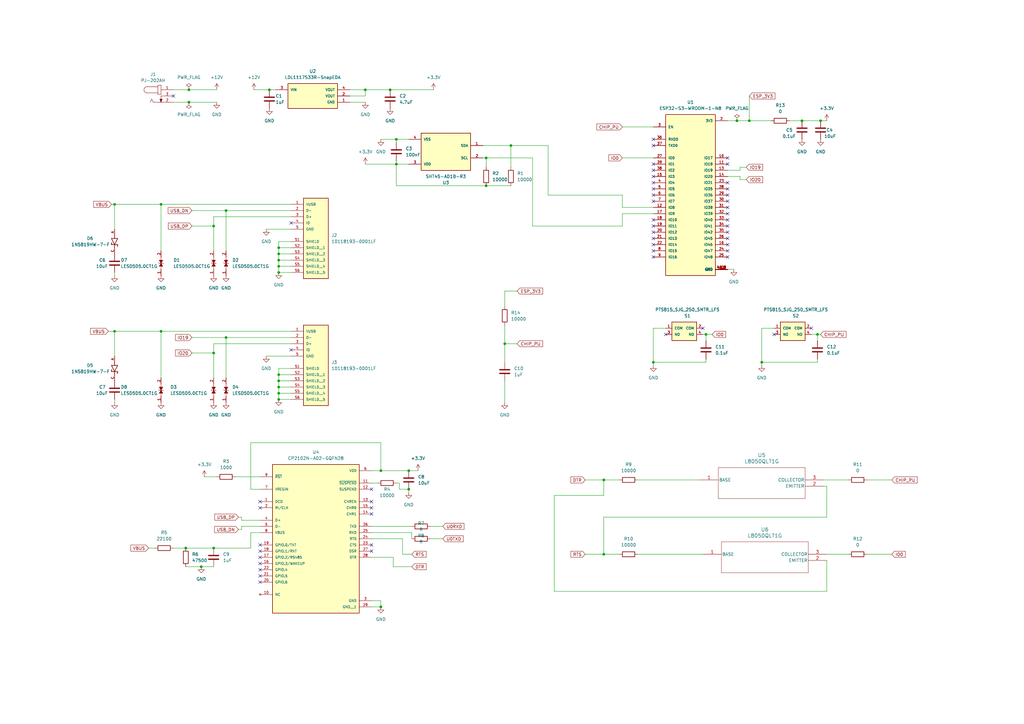
<source format=kicad_sch>
(kicad_sch (version 20230121) (generator eeschema)
  (paper "A3")
  (lib_symbols
    (symbol "Device:C" (pin_numbers hide) (pin_names (offset 0.254))
      (property "Reference" "C" (at 0.635 2.54 0))
      (property "Value" "C" (at 0.635 -2.54 0))
      (symbol "C_1_1"
        (pin passive line (at 0 3.81 270) (length 2.794) (name "~") (number "1"))
        (pin passive line (at 0 -3.81 90) (length 2.794) (name "~") (number "2"))
      )
    )
    (symbol "Device:R" (pin_numbers hide) (pin_names (offset 0))
      (property "Reference" "R" (at 2.032 0 90))
      (property "Value" "R" (at 0 0 90))
      (symbol "R_1_1"
        (pin passive line (at 0 3.81 270) (length 1.27) (name "~") (number "1"))
        (pin passive line (at 0 -3.81 90) (length 1.27) (name "~") (number "2"))
      )
    )
    (symbol "ECE445:10118193-0001LF" (pin_names (offset 1.016))
      (property "Reference" "J" (at -5.0817 10.9286 0))
      (property "Value" "10118193-0001LF" (at -5.0819 -25.4097 0))
      (symbol "10118193-0001LF_0_0"
        (pin passive line (at -10.16 7.62 0) (length 5.08) (name "VUSB") (number "1"))
        (pin passive line (at -10.16 5.08 0) (length 5.08) (name "D-") (number "2"))
        (pin passive line (at -10.16 2.54 0) (length 5.08) (name "D+") (number "3"))
        (pin passive line (at -10.16 0 0) (length 5.08) (name "ID") (number "4"))
        (pin passive line (at -10.16 -2.54 0) (length 5.08) (name "GND") (number "5"))
        (pin passive line (at -10.16 -7.62 0) (length 5.08) (name "SHIELD") (number "S1"))
        (pin passive line (at -10.16 -10.16 0) (length 5.08) (name "SHIELD__1") (number "S2"))
        (pin passive line (at -10.16 -12.7 0) (length 5.08) (name "SHIELD__2") (number "S3"))
        (pin passive line (at -10.16 -15.24 0) (length 5.08) (name "SHIELD__3") (number "S4"))
        (pin passive line (at -10.16 -17.78 0) (length 5.08) (name "SHIELD__4") (number "S5"))
        (pin passive line (at -10.16 -20.32 0) (length 5.08) (name "SHIELD__5") (number "S6"))
      )
    )
    (symbol "ECE445:1N5819HW-7-F" (pin_names (offset 1.016))
      (property "Reference" "D" (at -5.08 2.54 0))
      (property "Value" "1N5819HW-7-F" (at -5.08 -3.81 0))
      (symbol "1N5819HW-7-F_0_0"
        (pin passive line (at -5.08 0 0) (length 2.54) (name "~") (number "A"))
        (pin passive line (at 5.08 0 180) (length 2.54) (name "~") (number "C"))
      )
    )
    (symbol "ECE445:CP2102N-A02-GQFN28" (pin_names (offset 1.016))
      (property "Reference" "U" (at -17.78 33.02 0))
      (property "Value" "CP2102N-A02-GQFN28" (at -17.78 -35.56 0))
      (symbol "CP2102N-A02-GQFN28_0_0"
        (pin input line (at -22.86 15.24 0) (length 5.08) (name "DCD") (number "1"))
        (pin no_connect line (at -22.86 -22.86 0) (length 5.08) (name "NC") (number "10"))
        (pin output line (at 22.86 22.86 180) (length 5.08) (name "~{SUSPEND}") (number "11"))
        (pin output line (at 22.86 20.32 180) (length 5.08) (name "SUSPEND") (number "12"))
        (pin output line (at 22.86 15.24 180) (length 5.08) (name "CHREN") (number "13"))
        (pin output line (at 22.86 10.16 180) (length 5.08) (name "CHR1") (number "14"))
        (pin output line (at 22.86 12.7 180) (length 5.08) (name "CHR0") (number "15"))
        (pin bidirectional line (at -22.86 -10.16 0) (length 5.08) (name "GPIO.3/WAKEUP") (number "16"))
        (pin bidirectional line (at -22.86 -7.62 0) (length 5.08) (name "GPIO.2/RS485") (number "17"))
        (pin bidirectional line (at -22.86 -5.08 0) (length 5.08) (name "GPIO.1/RXT") (number "18"))
        (pin bidirectional line (at -22.86 -2.54 0) (length 5.08) (name "GPIO.0/TXT") (number "19"))
        (pin bidirectional line (at -22.86 12.7 0) (length 5.08) (name "RI/CLK") (number "2"))
        (pin bidirectional line (at -22.86 -17.78 0) (length 5.08) (name "GPIO.6") (number "20"))
        (pin bidirectional line (at -22.86 -15.24 0) (length 5.08) (name "GPIO.5") (number "21"))
        (pin bidirectional line (at -22.86 -12.7 0) (length 5.08) (name "GPIO.4") (number "22"))
        (pin input line (at 22.86 -2.54 180) (length 5.08) (name "CTS") (number "23"))
        (pin output line (at 22.86 0 180) (length 5.08) (name "RTS") (number "24"))
        (pin input line (at 22.86 2.54 180) (length 5.08) (name "RXD") (number "25"))
        (pin output line (at 22.86 5.08 180) (length 5.08) (name "TXD") (number "26"))
        (pin input line (at 22.86 -5.08 180) (length 5.08) (name "DSR") (number "27"))
        (pin output line (at 22.86 -7.62 180) (length 5.08) (name "DTR") (number "28"))
        (pin power_in line (at 22.86 -27.94 180) (length 5.08) (name "GND__1") (number "29"))
        (pin power_in line (at 22.86 -25.4 180) (length 5.08) (name "GND") (number "3"))
        (pin bidirectional line (at -22.86 7.62 0) (length 5.08) (name "D+") (number "4"))
        (pin bidirectional line (at -22.86 5.08 0) (length 5.08) (name "D-") (number "5"))
        (pin power_in line (at 22.86 27.94 180) (length 5.08) (name "VDD") (number "6"))
        (pin input line (at -22.86 20.32 0) (length 5.08) (name "VREGIN") (number "7"))
        (pin input line (at -22.86 2.54 0) (length 5.08) (name "VBUS") (number "8"))
        (pin input line (at -22.86 25.4 0) (length 5.08) (name "~{RST}") (number "9"))
      )
    )
    (symbol "ECE445:ESP32-S3-WROOM-1-N8" (pin_names (offset 1.016))
      (property "Reference" "U" (at -10.16 31.5722 0))
      (property "Value" "ESP32-S3-WROOM-1-N8" (at -10.16 -38.1 0))
      (symbol "ESP32-S3-WROOM-1-N8_0_0"
        (pin power_in line (at 15.24 -33.02 180) (length 5.08) (name "GND") (number "1"))
        (pin bidirectional line (at 15.24 12.7 180) (length 5.08) (name "IO17") (number "10"))
        (pin bidirectional line (at 15.24 10.16 180) (length 5.08) (name "IO18") (number "11"))
        (pin bidirectional line (at -15.24 -7.62 0) (length 5.08) (name "IO8") (number "12"))
        (pin bidirectional line (at 15.24 7.62 180) (length 5.08) (name "IO19") (number "13"))
        (pin bidirectional line (at 15.24 5.08 180) (length 5.08) (name "IO20") (number "14"))
        (pin bidirectional line (at -15.24 5.08 0) (length 5.08) (name "IO3") (number "15"))
        (pin bidirectional line (at 15.24 -22.86 180) (length 5.08) (name "IO46") (number "16"))
        (pin bidirectional line (at -15.24 -10.16 0) (length 5.08) (name "IO9") (number "17"))
        (pin bidirectional line (at -15.24 -12.7 0) (length 5.08) (name "IO10") (number "18"))
        (pin bidirectional line (at -15.24 -15.24 0) (length 5.08) (name "IO11") (number "19"))
        (pin power_in line (at 15.24 27.94 180) (length 5.08) (name "3V3") (number "2"))
        (pin bidirectional line (at -15.24 -17.78 0) (length 5.08) (name "IO12") (number "20"))
        (pin bidirectional line (at -15.24 -20.32 0) (length 5.08) (name "IO13") (number "21"))
        (pin bidirectional line (at -15.24 -22.86 0) (length 5.08) (name "IO14") (number "22"))
        (pin bidirectional line (at 15.24 2.54 180) (length 5.08) (name "IO21") (number "23"))
        (pin bidirectional line (at 15.24 -25.4 180) (length 5.08) (name "IO47") (number "24"))
        (pin bidirectional line (at 15.24 -27.94 180) (length 5.08) (name "IO48") (number "25"))
        (pin bidirectional line (at 15.24 -20.32 180) (length 5.08) (name "IO45") (number "26"))
        (pin bidirectional line (at -15.24 12.7 0) (length 5.08) (name "IO0") (number "27"))
        (pin bidirectional line (at 15.24 0 180) (length 5.08) (name "IO35") (number "28"))
        (pin bidirectional line (at 15.24 -2.54 180) (length 5.08) (name "IO36") (number "29"))
        (pin input line (at -15.24 25.4 0) (length 5.08) (name "EN") (number "3"))
        (pin bidirectional line (at 15.24 -5.08 180) (length 5.08) (name "IO37") (number "30"))
        (pin bidirectional line (at 15.24 -7.62 180) (length 5.08) (name "IO38") (number "31"))
        (pin bidirectional line (at 15.24 -10.16 180) (length 5.08) (name "IO39") (number "32"))
        (pin bidirectional line (at 15.24 -12.7 180) (length 5.08) (name "IO40") (number "33"))
        (pin bidirectional line (at 15.24 -15.24 180) (length 5.08) (name "IO41") (number "34"))
        (pin bidirectional line (at 15.24 -17.78 180) (length 5.08) (name "IO42") (number "35"))
        (pin bidirectional line (at -15.24 20.32 0) (length 5.08) (name "RXD0") (number "36"))
        (pin bidirectional line (at -15.24 17.78 0) (length 5.08) (name "TXD0") (number "37"))
        (pin bidirectional line (at -15.24 7.62 0) (length 5.08) (name "IO2") (number "38"))
        (pin bidirectional line (at -15.24 10.16 0) (length 5.08) (name "IO1") (number "39"))
        (pin bidirectional line (at -15.24 2.54 0) (length 5.08) (name "IO4") (number "4"))
        (pin power_in line (at 15.24 -33.02 180) (length 5.08) (name "GND") (number "40"))
        (pin power_in line (at 15.24 -33.02 180) (length 5.08) (name "GND") (number "41_1"))
        (pin power_in line (at 15.24 -33.02 180) (length 5.08) (name "GND") (number "41_2"))
        (pin power_in line (at 15.24 -33.02 180) (length 5.08) (name "GND") (number "41_3"))
        (pin power_in line (at 15.24 -33.02 180) (length 5.08) (name "GND") (number "41_4"))
        (pin power_in line (at 15.24 -33.02 180) (length 5.08) (name "GND") (number "41_5"))
        (pin power_in line (at 15.24 -33.02 180) (length 5.08) (name "GND") (number "41_6"))
        (pin power_in line (at 15.24 -33.02 180) (length 5.08) (name "GND") (number "41_7"))
        (pin power_in line (at 15.24 -33.02 180) (length 5.08) (name "GND") (number "41_8"))
        (pin power_in line (at 15.24 -33.02 180) (length 5.08) (name "GND") (number "41_9"))
        (pin bidirectional line (at -15.24 0 0) (length 5.08) (name "IO5") (number "5"))
        (pin bidirectional line (at -15.24 -2.54 0) (length 5.08) (name "IO6") (number "6"))
        (pin bidirectional line (at -15.24 -5.08 0) (length 5.08) (name "IO7") (number "7"))
        (pin bidirectional line (at -15.24 -25.4 0) (length 5.08) (name "IO15") (number "8"))
        (pin bidirectional line (at -15.24 -27.94 0) (length 5.08) (name "IO16") (number "9"))
      )
    )
    (symbol "ECE445:L8050QLT1G" (pin_names (offset 0.254))
      (property "Reference" "U" (at 25.4 10.16 0))
      (property "Value" "L8050QLT1G" (at 25.4 7.62 0))
      (symbol "L8050QLT1G_0_1"
        (pin unspecified line (at 0 0 0) (length 7.62) (name "BASE") (number "1"))
        (pin unspecified line (at 50.8 -2.54 180) (length 7.62) (name "EMITTER") (number "2"))
        (pin unspecified line (at 50.8 0 180) (length 7.62) (name "COLLECTOR") (number "3"))
      )
    )
    (symbol "ECE445:LDL1117S33R-SnapEDA" (pin_names (offset 1.016))
      (property "Reference" "U" (at -10.16 7.62 0))
      (property "Value" "LDL1117S33R-SnapEDA" (at -10.16 -10.16 0))
      (symbol "LDL1117S33R-SnapEDA_0_0"
        (pin power_in line (at 15.24 -2.54 180) (length 5.08) (name "GND") (number "1"))
        (pin input line (at -15.24 2.54 0) (length 5.08) (name "VIN") (number "3"))
      )
      (symbol "LDL1117S33R-SnapEDA_1_0"
        (pin power_in line (at 15.24 0 180) (length 5.08) (name "VOUT") (number "2"))
        (pin power_out line (at 15.24 2.54 180) (length 5.08) (name "VOUT") (number "4"))
      )
    )
    (symbol "ECE445:LESD5D5.0CT1G" (pin_names (offset 1.016))
      (property "Reference" "D" (at -5.08 2.54 0))
      (property "Value" "LESD5D5.0CT1G" (at -5.08 -5.08 0))
      (symbol "LESD5D5.0CT1G_0_0"
        (pin passive line (at -5.08 0 0) (length 2.54) (name "~") (number "1"))
        (pin passive line (at 5.08 0 180) (length 2.54) (name "~") (number "2"))
      )
    )
    (symbol "ECE445:PJ-202AH" (pin_names (offset 1.016))
      (property "Reference" "J" (at -7.6202 5.0801 0))
      (property "Value" "PJ-202AH" (at -7.6203 -5.0802 0))
      (symbol "PJ-202AH_0_0"
        (pin passive line (at 5.08 2.54 180) (length 5.08) (name "~") (number "1"))
        (pin passive line (at 5.08 -2.54 180) (length 5.08) (name "~") (number "2"))
        (pin passive line (at 5.08 0 180) (length 5.08) (name "~") (number "3"))
      )
    )
    (symbol "ECE445:PTS815_SJG_250_SMTR_LFS" (pin_names (offset 1.016))
      (property "Reference" "S" (at 5.08 5.08 0))
      (property "Value" "PTS815_SJG_250_SMTR_LFS" (at 5.08 2.54 0))
      (symbol "PTS815_SJG_250_SMTR_LFS_0_0"
        (pin bidirectional line (at 12.7 -5.08 180) (length 2.54) (name "COM") (number "1"))
        (pin bidirectional line (at -2.54 -5.08 0) (length 2.54) (name "COM") (number "2"))
        (pin bidirectional line (at 12.7 -2.54 180) (length 2.54) (name "NO") (number "3"))
        (pin bidirectional line (at -2.54 -2.54 0) (length 2.54) (name "NO") (number "4"))
      )
    )
    (symbol "ECE445:SHT45-AD1B-R3" (pin_names (offset 1.016))
      (property "Reference" "U" (at -10.16 8.89 0))
      (property "Value" "SHT45-AD1B-R3" (at -10.16 -10.16 0))
      (symbol "SHT45-AD1B-R3_0_0"
        (pin bidirectional line (at -15.24 -2.54 0) (length 5.08) (name "SDA") (number "1"))
        (pin input line (at -15.24 2.54 0) (length 5.08) (name "SCL") (number "2"))
        (pin power_in line (at 15.24 5.08 180) (length 5.08) (name "VDD") (number "3"))
        (pin power_in line (at 15.24 -5.08 180) (length 5.08) (name "VSS") (number "4"))
      )
    )
    (symbol "power:+12V" (power) (pin_names (offset 0))
      (property "Value" "+12V" (at 0 3.556 0))
      (symbol "+12V_1_1"
        (pin power_in line (at 0 0 90) (length 0) hide (name "+12V") (number "1"))
      )
    )
    (symbol "power:+3.3V" (power) (pin_names (offset 0))
      (property "Value" "+3.3V" (at 0 3.556 0))
      (symbol "+3.3V_1_1"
        (pin power_in line (at 0 0 90) (length 0) hide (name "+3.3V") (number "1"))
      )
    )
    (symbol "power:GND" (power) (pin_names (offset 0))
      (property "Value" "GND" (at 0 -3.81 0))
      (symbol "GND_1_1"
        (pin power_in line (at 0 0 270) (length 0) hide (name "GND") (number "1"))
      )
    )
    (symbol "power:PWR_FLAG" (power) (pin_numbers hide) (pin_names (offset 0) hide)
      (property "Value" "PWR_FLAG" (at 0 3.81 0))
      (symbol "PWR_FLAG_0_0"
        (pin power_out line (at 0 0 90) (length 0) (name "pwr") (number "1"))
      )
    )
  )
  (junction (at 162.56 67.31))
  (junction (at 302.26 49.53))
  (junction (at 209.55 59.69))
  (junction (at 82.55 232.41))
  (junction (at 267.97 148.59))
  (junction (at 156.21 248.92))
  (junction (at 247.65 196.85))
  (junction (at 335.28 137.16))
  (junction (at 114.3 109.22))
  (junction (at 114.3 104.14))
  (junction (at 160.02 36.83))
  (junction (at 199.39 76.2))
  (junction (at 247.65 227.33))
  (junction (at 114.3 156.21))
  (junction (at 289.56 137.16))
  (junction (at 328.93 49.53))
  (junction (at 87.63 224.79))
  (junction (at 156.21 193.04))
  (junction (at 46.99 135.89))
  (junction (at 114.3 106.68))
  (junction (at 110.49 36.83))
  (junction (at 336.55 49.53))
  (junction (at 66.04 135.89))
  (junction (at 207.01 140.97))
  (junction (at 307.34 49.53))
  (junction (at 92.71 86.36))
  (junction (at 149.86 36.83))
  (junction (at 77.47 36.83))
  (junction (at 312.42 148.59))
  (junction (at 114.3 153.67))
  (junction (at 46.99 83.82))
  (junction (at 87.63 144.78))
  (junction (at 114.3 161.29))
  (junction (at 114.3 163.83))
  (junction (at 167.64 193.04))
  (junction (at 114.3 158.75))
  (junction (at 66.04 83.82))
  (junction (at 87.63 92.71))
  (junction (at 114.3 111.76))
  (junction (at 76.2 224.79))
  (junction (at 162.56 57.15))
  (junction (at 77.47 41.91))
  (junction (at 167.64 200.66))
  (junction (at 114.3 101.6))
  (junction (at 199.39 64.77))
  (junction (at 92.71 138.43))
  (no_connect (at 267.97 69.85))
  (no_connect (at 119.38 143.51))
  (no_connect (at 298.45 64.77))
  (no_connect (at 298.45 105.41))
  (no_connect (at 152.4 223.52))
  (no_connect (at 298.45 90.17))
  (no_connect (at 267.97 105.41))
  (no_connect (at 267.97 92.71))
  (no_connect (at 267.97 72.39))
  (no_connect (at 267.97 97.79))
  (no_connect (at 298.45 87.63))
  (no_connect (at 71.12 39.37))
  (no_connect (at 267.97 82.55))
  (no_connect (at 152.4 226.06))
  (no_connect (at 267.97 77.47))
  (no_connect (at 298.45 95.25))
  (no_connect (at 267.97 57.15))
  (no_connect (at 298.45 67.31))
  (no_connect (at 106.68 238.76))
  (no_connect (at 298.45 74.93))
  (no_connect (at 317.5 137.16))
  (no_connect (at 267.97 90.17))
  (no_connect (at 106.68 236.22))
  (no_connect (at 152.4 210.82))
  (no_connect (at 267.97 59.69))
  (no_connect (at 298.45 80.01))
  (no_connect (at 106.68 223.52))
  (no_connect (at 298.45 92.71))
  (no_connect (at 106.68 233.68))
  (no_connect (at 298.45 82.55))
  (no_connect (at 106.68 231.14))
  (no_connect (at 152.4 208.28))
  (no_connect (at 298.45 102.87))
  (no_connect (at 267.97 102.87))
  (no_connect (at 288.29 134.62))
  (no_connect (at 267.97 100.33))
  (no_connect (at 152.4 205.74))
  (no_connect (at 106.68 208.28))
  (no_connect (at 298.45 85.09))
  (no_connect (at 298.45 77.47))
  (no_connect (at 267.97 67.31))
  (no_connect (at 267.97 74.93))
  (no_connect (at 298.45 100.33))
  (no_connect (at 298.45 97.79))
  (no_connect (at 152.4 200.66))
  (no_connect (at 106.68 228.6))
  (no_connect (at 273.05 137.16))
  (no_connect (at 106.68 226.06))
  (no_connect (at 332.74 134.62))
  (no_connect (at 119.38 91.44))
  (no_connect (at 267.97 80.01))
  (no_connect (at 267.97 95.25))
  (no_connect (at 106.68 205.74))
  (wire (pts (xy 143.51 36.83) (xy 149.86 36.83)))
  (wire (pts (xy 267.97 148.59) (xy 289.56 148.59)))
  (wire (pts (xy 114.3 158.75) (xy 119.38 158.75)))
  (wire (pts (xy 199.39 64.77) (xy 218.44 64.77)))
  (wire (pts (xy 46.99 83.82) (xy 66.04 83.82)))
  (wire (pts (xy 156.21 246.38) (xy 156.21 248.92)))
  (wire (pts (xy 207.01 156.21) (xy 207.01 165.1)))
  (wire (pts (xy 162.56 66.04) (xy 162.56 67.31)))
  (wire (pts (xy 110.49 36.83) (xy 113.03 36.83)))
  (wire (pts (xy 261.62 227.33) (xy 288.29 227.33)))
  (wire (pts (xy 114.3 104.14) (xy 114.3 106.68)))
  (wire (pts (xy 289.56 137.16) (xy 292.1 137.16)))
  (wire (pts (xy 198.12 64.77) (xy 199.39 64.77)))
  (wire (pts (xy 255.27 92.71) (xy 255.27 87.63)))
  (wire (pts (xy 104.14 36.83) (xy 110.49 36.83)))
  (wire (pts (xy 161.29 228.6) (xy 161.29 232.41)))
  (wire (pts (xy 71.12 41.91) (xy 77.47 41.91)))
  (wire (pts (xy 149.86 36.83) (xy 160.02 36.83)))
  (wire (pts (xy 207.01 140.97) (xy 207.01 148.59)))
  (wire (pts (xy 255.27 85.09) (xy 267.97 85.09)))
  (wire (pts (xy 162.56 57.15) (xy 162.56 58.42)))
  (wire (pts (xy 114.3 101.6) (xy 114.3 104.14)))
  (wire (pts (xy 209.55 59.69) (xy 198.12 59.69)))
  (wire (pts (xy 255.27 87.63) (xy 267.97 87.63)))
  (wire (pts (xy 298.45 72.39) (xy 303.53 72.39)))
  (wire (pts (xy 114.3 104.14) (xy 119.38 104.14)))
  (wire (pts (xy 335.28 137.16) (xy 336.55 137.16)))
  (wire (pts (xy 114.3 109.22) (xy 114.3 111.76)))
  (wire (pts (xy 114.3 99.06) (xy 114.3 101.6)))
  (wire (pts (xy 66.04 83.82) (xy 119.38 83.82)))
  (wire (pts (xy 339.09 49.53) (xy 336.55 49.53)))
  (wire (pts (xy 224.79 59.69) (xy 209.55 59.69)))
  (wire (pts (xy 71.12 36.83) (xy 77.47 36.83)))
  (wire (pts (xy 207.01 140.97) (xy 212.09 140.97)))
  (wire (pts (xy 99.06 217.17) (xy 99.06 215.9)))
  (wire (pts (xy 152.4 218.44) (xy 168.91 218.44)))
  (wire (pts (xy 312.42 134.62) (xy 312.42 148.59)))
  (wire (pts (xy 78.74 138.43) (xy 92.71 138.43)))
  (wire (pts (xy 303.53 69.85) (xy 303.53 68.58)))
  (wire (pts (xy 87.63 144.78) (xy 87.63 140.97)))
  (wire (pts (xy 114.3 156.21) (xy 114.3 158.75)))
  (wire (pts (xy 339.09 229.87) (xy 339.09 242.57)))
  (wire (pts (xy 78.74 86.36) (xy 92.71 86.36)))
  (wire (pts (xy 114.3 158.75) (xy 114.3 161.29)))
  (wire (pts (xy 335.28 147.32) (xy 335.28 148.59)))
  (wire (pts (xy 87.63 144.78) (xy 87.63 154.94)))
  (wire (pts (xy 87.63 88.9) (xy 119.38 88.9)))
  (wire (pts (xy 176.53 220.98) (xy 181.61 220.98)))
  (wire (pts (xy 337.82 196.85) (xy 347.98 196.85)))
  (wire (pts (xy 336.55 49.53) (xy 328.93 49.53)))
  (wire (pts (xy 339.09 242.57) (xy 227.33 242.57)))
  (wire (pts (xy 78.74 92.71) (xy 87.63 92.71)))
  (wire (pts (xy 46.99 135.89) (xy 46.99 146.05)))
  (wire (pts (xy 114.3 101.6) (xy 119.38 101.6)))
  (wire (pts (xy 298.45 69.85) (xy 303.53 69.85)))
  (wire (pts (xy 96.52 195.58) (xy 106.68 195.58)))
  (wire (pts (xy 143.51 39.37) (xy 149.86 39.37)))
  (wire (pts (xy 227.33 203.2) (xy 247.65 203.2)))
  (wire (pts (xy 152.4 246.38) (xy 156.21 246.38)))
  (wire (pts (xy 218.44 92.71) (xy 218.44 64.77)))
  (wire (pts (xy 162.56 198.12) (xy 163.83 198.12)))
  (wire (pts (xy 102.87 200.66) (xy 102.87 181.61)))
  (wire (pts (xy 102.87 224.79) (xy 87.63 224.79)))
  (wire (pts (xy 77.47 41.91) (xy 88.9 41.91)))
  (wire (pts (xy 302.26 49.53) (xy 307.34 49.53)))
  (wire (pts (xy 76.2 232.41) (xy 82.55 232.41)))
  (wire (pts (xy 337.82 199.39) (xy 339.09 199.39)))
  (wire (pts (xy 165.1 220.98) (xy 165.1 227.33)))
  (wire (pts (xy 317.5 134.62) (xy 312.42 134.62)))
  (wire (pts (xy 92.71 138.43) (xy 92.71 154.94)))
  (wire (pts (xy 303.53 72.39) (xy 303.53 73.66)))
  (wire (pts (xy 156.21 57.15) (xy 162.56 57.15)))
  (wire (pts (xy 247.65 227.33) (xy 254 227.33)))
  (wire (pts (xy 152.4 198.12) (xy 154.94 198.12)))
  (wire (pts (xy 114.3 163.83) (xy 119.38 163.83)))
  (wire (pts (xy 102.87 218.44) (xy 102.87 224.79)))
  (wire (pts (xy 66.04 135.89) (xy 66.04 154.94)))
  (wire (pts (xy 114.3 153.67) (xy 114.3 156.21)))
  (wire (pts (xy 323.85 49.53) (xy 328.93 49.53)))
  (wire (pts (xy 312.42 148.59) (xy 312.42 149.86)))
  (wire (pts (xy 152.4 248.92) (xy 156.21 248.92)))
  (wire (pts (xy 303.53 73.66) (xy 306.07 73.66)))
  (wire (pts (xy 78.74 144.78) (xy 87.63 144.78)))
  (wire (pts (xy 199.39 64.77) (xy 199.39 68.58)))
  (wire (pts (xy 218.44 92.71) (xy 255.27 92.71)))
  (wire (pts (xy 109.22 146.05) (xy 119.38 146.05)))
  (wire (pts (xy 247.65 203.2) (xy 247.65 196.85)))
  (wire (pts (xy 46.99 135.89) (xy 66.04 135.89)))
  (wire (pts (xy 261.62 196.85) (xy 287.02 196.85)))
  (wire (pts (xy 332.74 137.16) (xy 335.28 137.16)))
  (wire (pts (xy 87.63 140.97) (xy 119.38 140.97)))
  (wire (pts (xy 267.97 134.62) (xy 267.97 148.59)))
  (wire (pts (xy 76.2 224.79) (xy 87.63 224.79)))
  (wire (pts (xy 102.87 181.61) (xy 156.21 181.61)))
  (wire (pts (xy 46.99 83.82) (xy 46.99 93.98)))
  (wire (pts (xy 92.71 86.36) (xy 119.38 86.36)))
  (wire (pts (xy 307.34 49.53) (xy 316.23 49.53)))
  (wire (pts (xy 143.51 41.91) (xy 149.86 41.91)))
  (wire (pts (xy 167.64 201.93) (xy 167.64 200.66)))
  (wire (pts (xy 77.47 36.83) (xy 88.9 36.83)))
  (wire (pts (xy 114.3 161.29) (xy 119.38 161.29)))
  (wire (pts (xy 163.83 198.12) (xy 163.83 200.66)))
  (wire (pts (xy 240.03 196.85) (xy 247.65 196.85)))
  (wire (pts (xy 199.39 76.2) (xy 209.55 76.2)))
  (wire (pts (xy 168.91 218.44) (xy 168.91 220.98)))
  (wire (pts (xy 339.09 212.09) (xy 247.65 212.09)))
  (wire (pts (xy 87.63 92.71) (xy 87.63 88.9)))
  (wire (pts (xy 163.83 200.66) (xy 167.64 200.66)))
  (wire (pts (xy 114.3 156.21) (xy 119.38 156.21)))
  (wire (pts (xy 149.86 39.37) (xy 149.86 36.83)))
  (wire (pts (xy 119.38 151.13) (xy 114.3 151.13)))
  (wire (pts (xy 267.97 148.59) (xy 267.97 149.86)))
  (wire (pts (xy 92.71 138.43) (xy 119.38 138.43)))
  (wire (pts (xy 247.65 212.09) (xy 247.65 227.33)))
  (wire (pts (xy 298.45 49.53) (xy 302.26 49.53)))
  (wire (pts (xy 99.06 213.36) (xy 106.68 213.36)))
  (wire (pts (xy 99.06 212.09) (xy 99.06 213.36)))
  (wire (pts (xy 335.28 148.59) (xy 312.42 148.59)))
  (wire (pts (xy 167.64 193.04) (xy 171.45 193.04)))
  (wire (pts (xy 339.09 199.39) (xy 339.09 212.09)))
  (wire (pts (xy 160.02 36.83) (xy 177.8 36.83)))
  (wire (pts (xy 212.09 119.38) (xy 207.01 119.38)))
  (wire (pts (xy 335.28 137.16) (xy 335.28 139.7)))
  (wire (pts (xy 209.55 59.69) (xy 209.55 68.58)))
  (wire (pts (xy 162.56 67.31) (xy 167.64 67.31)))
  (wire (pts (xy 288.29 137.16) (xy 289.56 137.16)))
  (wire (pts (xy 114.3 106.68) (xy 114.3 109.22)))
  (wire (pts (xy 114.3 161.29) (xy 114.3 163.83)))
  (wire (pts (xy 45.72 83.82) (xy 46.99 83.82)))
  (wire (pts (xy 273.05 134.62) (xy 267.97 134.62)))
  (wire (pts (xy 207.01 133.35) (xy 207.01 140.97)))
  (wire (pts (xy 255.27 52.07) (xy 267.97 52.07)))
  (wire (pts (xy 109.22 93.98) (xy 119.38 93.98)))
  (wire (pts (xy 114.3 151.13) (xy 114.3 153.67)))
  (wire (pts (xy 99.06 215.9) (xy 106.68 215.9)))
  (wire (pts (xy 97.79 212.09) (xy 99.06 212.09)))
  (wire (pts (xy 114.3 153.67) (xy 119.38 153.67)))
  (wire (pts (xy 355.6 227.33) (xy 365.76 227.33)))
  (wire (pts (xy 199.39 76.2) (xy 162.56 76.2)))
  (wire (pts (xy 114.3 106.68) (xy 119.38 106.68)))
  (wire (pts (xy 224.79 80.01) (xy 224.79 59.69)))
  (wire (pts (xy 114.3 109.22) (xy 119.38 109.22)))
  (wire (pts (xy 176.53 215.9) (xy 181.61 215.9)))
  (wire (pts (xy 156.21 193.04) (xy 167.64 193.04)))
  (wire (pts (xy 307.34 39.37) (xy 307.34 49.53)))
  (wire (pts (xy 152.4 220.98) (xy 165.1 220.98)))
  (wire (pts (xy 119.38 99.06) (xy 114.3 99.06)))
  (wire (pts (xy 303.53 68.58) (xy 306.07 68.58)))
  (wire (pts (xy 240.03 227.33) (xy 247.65 227.33)))
  (wire (pts (xy 152.4 228.6) (xy 161.29 228.6)))
  (wire (pts (xy 83.82 195.58) (xy 88.9 195.58)))
  (wire (pts (xy 289.56 147.32) (xy 289.56 148.59)))
  (wire (pts (xy 224.79 80.01) (xy 255.27 80.01)))
  (wire (pts (xy 255.27 80.01) (xy 255.27 85.09)))
  (wire (pts (xy 161.29 232.41) (xy 168.91 232.41)))
  (wire (pts (xy 114.3 111.76) (xy 119.38 111.76)))
  (wire (pts (xy 152.4 193.04) (xy 156.21 193.04)))
  (wire (pts (xy 152.4 215.9) (xy 168.91 215.9)))
  (wire (pts (xy 97.79 217.17) (xy 99.06 217.17)))
  (wire (pts (xy 355.6 196.85) (xy 365.76 196.85)))
  (wire (pts (xy 71.12 224.79) (xy 76.2 224.79)))
  (wire (pts (xy 156.21 181.61) (xy 156.21 193.04)))
  (wire (pts (xy 162.56 57.15) (xy 167.64 57.15)))
  (wire (pts (xy 44.45 135.89) (xy 46.99 135.89)))
  (wire (pts (xy 82.55 232.41) (xy 87.63 232.41)))
  (wire (pts (xy 162.56 76.2) (xy 162.56 67.31)))
  (wire (pts (xy 207.01 119.38) (xy 207.01 125.73)))
  (wire (pts (xy 300.99 110.49) (xy 298.45 110.49)))
  (wire (pts (xy 165.1 227.33) (xy 168.91 227.33)))
  (wire (pts (xy 227.33 242.57) (xy 227.33 203.2)))
  (wire (pts (xy 66.04 83.82) (xy 66.04 102.87)))
  (wire (pts (xy 247.65 196.85) (xy 254 196.85)))
  (wire (pts (xy 339.09 227.33) (xy 347.98 227.33)))
  (wire (pts (xy 92.71 86.36) (xy 92.71 102.87)))
  (wire (pts (xy 255.27 64.77) (xy 267.97 64.77)))
  (wire (pts (xy 66.04 135.89) (xy 119.38 135.89)))
  (wire (pts (xy 87.63 92.71) (xy 87.63 102.87)))
  (wire (pts (xy 46.99 111.76) (xy 46.99 113.03)))
  (wire (pts (xy 60.96 224.79) (xy 63.5 224.79)))
  (wire (pts (xy 289.56 137.16) (xy 289.56 139.7)))
  (wire (pts (xy 46.99 163.83) (xy 46.99 165.1)))
  (wire (pts (xy 106.68 218.44) (xy 102.87 218.44)))
  (wire (pts (xy 149.86 67.31) (xy 162.56 67.31)))
  (wire (pts (xy 106.68 200.66) (xy 102.87 200.66)))
  (global_label "VBUS" (shape input) (at 44.45 135.89 180) (property "Intersheetrefs" "${INTERSHEET_REFS}" (effects hide)))
  (global_label "IO0" (shape input) (at 292.1 137.16 0) (property "Intersheetrefs" "${INTERSHEET_REFS}" (effects hide)))
  (global_label "U0RXD" (shape input) (at 181.61 215.9 0) (property "Intersheetrefs" "${INTERSHEET_REFS}" (effects hide)))
  (global_label "U0TXD" (shape input) (at 181.61 220.98 0) (property "Intersheetrefs" "${INTERSHEET_REFS}" (effects hide)))
  (global_label "CHIP_PU" (shape input) (at 365.76 196.85 0) (property "Intersheetrefs" "${INTERSHEET_REFS}" (effects hide)))
  (global_label "ESP_3V3" (shape input) (at 307.34 39.37 0) (property "Intersheetrefs" "${INTERSHEET_REFS}" (effects hide)))
  (global_label "CHIP_PU" (shape input) (at 255.27 52.07 180) (property "Intersheetrefs" "${INTERSHEET_REFS}" (effects hide)))
  (global_label "DTR" (shape input) (at 240.03 196.85 180) (property "Intersheetrefs" "${INTERSHEET_REFS}" (effects hide)))
  (global_label "IO19" (shape input) (at 306.07 68.58 0) (property "Intersheetrefs" "${INTERSHEET_REFS}" (effects hide)))
  (global_label "RTS" (shape input) (at 240.03 227.33 180) (property "Intersheetrefs" "${INTERSHEET_REFS}" (effects hide)))
  (global_label "IO0" (shape input) (at 255.27 64.77 180) (property "Intersheetrefs" "${INTERSHEET_REFS}" (effects hide)))
  (global_label "CHIP_PU" (shape input) (at 212.09 140.97 0) (property "Intersheetrefs" "${INTERSHEET_REFS}" (effects hide)))
  (global_label "IO20" (shape input) (at 78.74 144.78 180) (property "Intersheetrefs" "${INTERSHEET_REFS}" (effects hide)))
  (global_label "USB_DP" (shape input) (at 78.74 92.71 180) (property "Intersheetrefs" "${INTERSHEET_REFS}" (effects hide)))
  (global_label "VBUS" (shape input) (at 45.72 83.82 180) (property "Intersheetrefs" "${INTERSHEET_REFS}" (effects hide)))
  (global_label "VBUS" (shape input) (at 60.96 224.79 180) (property "Intersheetrefs" "${INTERSHEET_REFS}" (effects hide)))
  (global_label "USB_DN" (shape input) (at 97.79 217.17 180) (property "Intersheetrefs" "${INTERSHEET_REFS}" (effects hide)))
  (global_label "RTS" (shape input) (at 168.91 227.33 0) (property "Intersheetrefs" "${INTERSHEET_REFS}" (effects hide)))
  (global_label "IO20" (shape input) (at 306.07 73.66 0) (property "Intersheetrefs" "${INTERSHEET_REFS}" (effects hide)))
  (global_label "CHIP_PU" (shape input) (at 336.55 137.16 0) (property "Intersheetrefs" "${INTERSHEET_REFS}" (effects hide)))
  (global_label "ESP_3V3" (shape input) (at 212.09 119.38 0) (property "Intersheetrefs" "${INTERSHEET_REFS}" (effects hide)))
  (global_label "USB_DN" (shape input) (at 78.74 86.36 180) (property "Intersheetrefs" "${INTERSHEET_REFS}" (effects hide)))
  (global_label "DTR" (shape input) (at 168.91 232.41 0) (property "Intersheetrefs" "${INTERSHEET_REFS}" (effects hide)))
  (global_label "USB_DP" (shape input) (at 97.79 212.09 180) (property "Intersheetrefs" "${INTERSHEET_REFS}" (effects hide)))
  (global_label "IO19" (shape input) (at 78.74 138.43 180) (property "Intersheetrefs" "${INTERSHEET_REFS}" (effects hide)))
  (global_label "IO0" (shape input) (at 365.76 227.33 0) (property "Intersheetrefs" "${INTERSHEET_REFS}" (effects hide)))
  (symbol (lib_id "ECE445:LESD5D5.0CT1G") (at 92.71 160.02 90) (unit 1)
    (property "Reference" "D4" (at 95.25 158.75 90) (effects (justify right)))
    (property "Value" "LESD5D5.0CT1G" (at 95.25 161.29 90) (effects (justify right)))
    (property "Footprint" "LESD5D5.0CT1G:TVS_LESD5D5.0CT1G" (effects hide))
    (property "MF" "Leshan Radio Co." (effects hide))
    (property "MAXIMUM_PACKAGE_HEIGHT" "0.7 mm" (effects hide))
    (property "Package" "None" (effects hide))
    (property "Price" "None" (effects hide))
    (property "Check_prices" "https://www.snapeda.com/parts/LESD5D5.0CT1G/Leshan+Radio+Co./view-part/?ref=eda" (effects hide))
    (property "STANDARD" "Manufacturer Recommendations" (effects hide))
    (property "PARTREV" "O" (effects hide))
    (property "SnapEDA_Link" "https://www.snapeda.com/parts/LESD5D5.0CT1G/Leshan+Radio+Co./view-part/?ref=snap" (effects hide))
    (property "MP" "LESD5D5.0CT1G" (effects hide))
    (property "Description" "\nTransient Voltage Suppressors for ESD Protection\n" (effects hide))
    (property "Availability" "Not in stock" (effects hide))
    (property "MANUFACTURER" "LRC" (effects hide))
  )
  (symbol (lib_id "power:GND") (at 328.93 57.15 0) (mirror y) (unit 1)
    (property "Reference" "#PWR014" (effects hide))
    (property "Value" "GND" (at 328.93 62.23 0))
  )
  (symbol (lib_id "Device:R") (at 209.55 72.39 0) (unit 1)
    (property "Reference" "R1" (at 212.09 71.12 0) (effects (justify left)))
    (property "Value" "10000" (at 212.09 73.66 0) (effects (justify left)))
  )
  (symbol (lib_id "Device:R") (at 172.72 220.98 90) (unit 1)
    (property "Reference" "R8" (at 172.72 219.71 90))
    (property "Value" "R" (at 172.72 222.25 90))
  )
  (symbol (lib_id "power:PWR_FLAG") (at 77.47 36.83 0) (unit 1)
    (property "Reference" "#FLG01" (effects hide))
    (property "Value" "PWR_FLAG" (at 77.47 31.75 0))
  )
  (symbol (lib_id "power:GND") (at 66.04 165.1 0) (unit 1)
    (property "Reference" "#PWR033" (effects hide))
    (property "Value" "GND" (at 66.04 170.18 0))
  )
  (symbol (lib_id "ECE445:L8050QLT1G") (at 288.29 227.33 0) (unit 1)
    (property "Reference" "U6" (at 313.69 217.17 0) (effects (font (size 1.524 1.524))))
    (property "Value" "L8050QLT1G" (at 313.69 219.71 0) (effects (font (size 1.524 1.524))))
    (property "Footprint" "SOT-23_ONS" (effects hide))
    (property "Datasheet" "KSC3265YMTF" (effects hide))
  )
  (symbol (lib_id "Device:R") (at 257.81 196.85 90) (unit 1)
    (property "Reference" "R9" (at 257.81 190.5 90))
    (property "Value" "10000" (at 257.81 193.04 90))
  )
  (symbol (lib_id "power:GND") (at 87.63 165.1 0) (unit 1)
    (property "Reference" "#PWR018" (effects hide))
    (property "Value" "GND" (at 87.63 170.18 0))
  )
  (symbol (lib_id "ECE445:L8050QLT1G") (at 287.02 196.85 0) (unit 1)
    (property "Reference" "U5" (at 312.42 186.69 0) (effects (font (size 1.524 1.524))))
    (property "Value" "L8050QLT1G" (at 312.42 189.23 0) (effects (font (size 1.524 1.524))))
    (property "Footprint" "SOT-23_ONS" (effects hide))
    (property "Datasheet" "KSC3265YMTF" (effects hide))
  )
  (symbol (lib_id "Device:R") (at 207.01 129.54 0) (unit 1)
    (property "Reference" "R14" (at 209.55 128.27 0) (effects (justify left)))
    (property "Value" "10000" (at 209.55 130.81 0) (effects (justify left)))
  )
  (symbol (lib_id "Device:C") (at 87.63 228.6 0) (unit 1)
    (property "Reference" "C9" (at 91.44 227.33 0) (effects (justify left)))
    (property "Value" "1uF" (at 91.44 229.87 0) (effects (justify left)))
  )
  (symbol (lib_id "ECE445:10118193-0001LF") (at 129.54 143.51 0) (unit 1)
    (property "Reference" "J3" (at 135.89 148.59 0) (effects (justify left)))
    (property "Value" "10118193-0001LF" (at 135.89 151.13 0) (effects (justify left)))
    (property "Footprint" "10118193-0001LF:AMPHENOL_10118193-0001LF" (effects hide))
    (property "PARTREV" "E" (effects hide))
    (property "MANUFACTURER" "Amphenol FCI" (effects hide))
    (property "MAXIMUM_PACKAGE_HEIGHT" "2.55 mm" (effects hide))
    (property "STANDARD" "Manufacturer Recommendations" (effects hide))
  )
  (symbol (lib_id "Device:C") (at 160.02 40.64 0) (unit 1)
    (property "Reference" "C2" (at 163.83 39.37 0) (effects (justify left)))
    (property "Value" "4.7uF" (at 163.83 41.91 0) (effects (justify left)))
  )
  (symbol (lib_id "ECE445:1N5819HW-7-F") (at 46.99 151.13 270) (unit 1)
    (property "Reference" "D5" (at 35.56 149.86 90) (effects (justify left)))
    (property "Value" "1N5819HW-7-F" (at 29.21 152.4 90) (effects (justify left)))
    (property "Footprint" "1N5819HW-7-F:SOD3715X145N" (effects hide))
    (property "PARTREV" "18-2" (effects hide))
    (property "STANDARD" "IPC-7351B" (effects hide))
    (property "MANUFACTURER" "Diodes Inc." (effects hide))
  )
  (symbol (lib_id "Device:C") (at 335.28 143.51 0) (unit 1)
    (property "Reference" "C12" (at 339.09 142.24 0) (effects (justify left)))
    (property "Value" "0.1uF" (at 339.09 144.78 0) (effects (justify left)))
  )
  (symbol (lib_id "ECE445:1N5819HW-7-F") (at 46.99 99.06 270) (unit 1)
    (property "Reference" "D6" (at 35.56 97.79 90) (effects (justify left)))
    (property "Value" "1N5819HW-7-F" (at 29.21 100.33 90) (effects (justify left)))
    (property "Footprint" "1N5819HW-7-F:SOD3715X145N" (effects hide))
    (property "PARTREV" "18-2" (effects hide))
    (property "STANDARD" "IPC-7351B" (effects hide))
    (property "MANUFACTURER" "Diodes Inc." (effects hide))
  )
  (symbol (lib_id "ECE445:LESD5D5.0CT1G") (at 87.63 107.95 90) (unit 1)
    (property "Reference" "D1" (at 71.12 106.68 90) (effects (justify right)))
    (property "Value" "LESD5D5.0CT1G" (at 71.12 109.22 90) (effects (justify right)))
    (property "Footprint" "LESD5D5.0CT1G:TVS_LESD5D5.0CT1G" (effects hide))
    (property "MF" "Leshan Radio Co." (effects hide))
    (property "MAXIMUM_PACKAGE_HEIGHT" "0.7 mm" (effects hide))
    (property "Package" "None" (effects hide))
    (property "Price" "None" (effects hide))
    (property "Check_prices" "https://www.snapeda.com/parts/LESD5D5.0CT1G/Leshan+Radio+Co./view-part/?ref=eda" (effects hide))
    (property "STANDARD" "Manufacturer Recommendations" (effects hide))
    (property "PARTREV" "O" (effects hide))
    (property "SnapEDA_Link" "https://www.snapeda.com/parts/LESD5D5.0CT1G/Leshan+Radio+Co./view-part/?ref=snap" (effects hide))
    (property "MP" "LESD5D5.0CT1G" (effects hide))
    (property "Description" "\nTransient Voltage Suppressors for ESD Protection\n" (effects hide))
    (property "Availability" "Not in stock" (effects hide))
    (property "MANUFACTURER" "LRC" (effects hide))
  )
  (symbol (lib_id "power:GND") (at 267.97 149.86 0) (unit 1)
    (property "Reference" "#PWR030" (effects hide))
    (property "Value" "GND" (at 267.97 154.94 0))
  )
  (symbol (lib_id "power:+12V") (at 88.9 36.83 0) (unit 1)
    (property "Reference" "#PWR01" (effects hide))
    (property "Value" "+12V" (at 88.9 31.75 0))
  )
  (symbol (lib_id "power:+3.3V") (at 171.45 193.04 0) (unit 1)
    (property "Reference" "#PWR025" (effects hide))
    (property "Value" "+3.3V" (at 171.45 187.96 0))
  )
  (symbol (lib_id "ECE445:ESP32-S3-WROOM-1-N8") (at 283.21 77.47 0) (unit 1)
    (property "Reference" "U1" (at 283.21 41.91 0))
    (property "Value" "ESP32-S3-WROOM-1-N8" (at 283.21 44.45 0))
    (property "Footprint" "ESP32-S3-WROOM-1-N8:XCVR_ESP32-S3-WROOM-1-N8" (effects hide))
    (property "DigiKey_Part_Number" "1965-ESP32-S3-WROOM-1-N8TR-ND" (effects hide))
    (property "MF" "Espressif Systems" (effects hide))
    (property "DESCRIPTION" "Bluetooth, WiFi 802.11b/g/n, Bluetooth v5.0 Transceiver Module 2.4GHz PCB Trace Surface Mount" (effects hide))
    (property "PACKAGE" "None" (effects hide))
    (property "PRICE" "None" (effects hide))
    (property "Package" "NON STANDARD Espressif Systems" (effects hide))
    (property "Check_prices" "https://www.snapeda.com/parts/ESP32-S3-WROOM-1-N8/Espressif+Systems/view-part/?ref=eda" (effects hide))
    (property "SnapEDA_Link" "https://www.snapeda.com/parts/ESP32-S3-WROOM-1-N8/Espressif+Systems/view-part/?ref=snap" (effects hide))
    (property "MP" "ESP32-S3-WROOM-1-N8" (effects hide))
    (property "Purchase-URL" "https://www.snapeda.com/api/url_track_click_mouser/?unipart_id=11020927&manufacturer=Espressif Systems&part_name=ESP32-S3-WROOM-1-N8&search_term=None" (effects hide))
    (property "Description" "\nWiFi 802.11a/b/g/n, Bluetooth v5.0 Transceiver Module 2.4GHz Antenna Not Included -\n" (effects hide))
    (property "AVAILABILITY" "In Stock" (effects hide))
    (property "PURCHASE-URL" "https://pricing.snapeda.com/search/part/ESP32-S3-WROOM-1-N8R8/?ref=eda" (effects hide))
  )
  (symbol (lib_id "power:GND") (at 167.64 201.93 0) (unit 1)
    (property "Reference" "#PWR026" (effects hide))
    (property "Value" "GND" (at 167.64 207.01 0))
  )
  (symbol (lib_id "Device:R") (at 158.75 198.12 270) (unit 1)
    (property "Reference" "R4" (at 158.75 200.66 90))
    (property "Value" "10000" (at 158.75 203.2 90))
  )
  (symbol (lib_id "Device:R") (at 92.71 195.58 90) (unit 1)
    (property "Reference" "R3" (at 92.71 189.23 90))
    (property "Value" "1000" (at 92.71 191.77 90))
  )
  (symbol (lib_id "power:GND") (at 149.86 41.91 0) (unit 1)
    (property "Reference" "#PWR04" (effects hide))
    (property "Value" "GND" (at 149.86 46.99 0))
  )
  (symbol (lib_id "Device:R") (at 172.72 215.9 90) (unit 1)
    (property "Reference" "R7" (at 172.72 214.63 90))
    (property "Value" "R" (at 172.72 217.17 90))
  )
  (symbol (lib_id "power:GND") (at 46.99 113.03 0) (unit 1)
    (property "Reference" "#PWR022" (effects hide))
    (property "Value" "GND" (at 46.99 118.11 0))
  )
  (symbol (lib_id "power:GND") (at 110.49 44.45 0) (unit 1)
    (property "Reference" "#PWR012" (effects hide))
    (property "Value" "GND" (at 110.49 49.53 0))
  )
  (symbol (lib_id "power:GND") (at 92.71 165.1 0) (unit 1)
    (property "Reference" "#PWR019" (effects hide))
    (property "Value" "GND" (at 92.71 170.18 0))
  )
  (symbol (lib_id "Device:R") (at 257.81 227.33 90) (unit 1)
    (property "Reference" "R10" (at 257.81 220.98 90))
    (property "Value" "10000" (at 257.81 223.52 90))
  )
  (symbol (lib_id "power:GND") (at 87.63 113.03 0) (unit 1)
    (property "Reference" "#PWR016" (effects hide))
    (property "Value" "GND" (at 87.63 118.11 0))
  )
  (symbol (lib_id "ECE445:10118193-0001LF") (at 129.54 91.44 0) (unit 1)
    (property "Reference" "J2" (at 135.89 96.52 0) (effects (justify left)))
    (property "Value" "10118193-0001LF" (at 135.89 99.06 0) (effects (justify left)))
    (property "Footprint" "10118193-0001LF:AMPHENOL_10118193-0001LF" (effects hide))
    (property "PARTREV" "E" (effects hide))
    (property "MANUFACTURER" "Amphenol FCI" (effects hide))
    (property "MAXIMUM_PACKAGE_HEIGHT" "2.55 mm" (effects hide))
    (property "STANDARD" "Manufacturer Recommendations" (effects hide))
  )
  (symbol (lib_id "Device:C") (at 328.93 53.34 0) (mirror y) (unit 1)
    (property "Reference" "C5" (at 325.12 53.34 0) (effects (justify left)))
    (property "Value" "0.1uF" (at 326.39 55.88 0) (effects (justify left)))
  )
  (symbol (lib_id "ECE445:LESD5D5.0CT1G") (at 66.04 107.95 90) (unit 1)
    (property "Reference" "D7" (at 49.53 106.68 90) (effects (justify right)))
    (property "Value" "LESD5D5.0CT1G" (at 49.53 109.22 90) (effects (justify right)))
    (property "Footprint" "LESD5D5.0CT1G:TVS_LESD5D5.0CT1G" (effects hide))
    (property "MF" "Leshan Radio Co." (effects hide))
    (property "MAXIMUM_PACKAGE_HEIGHT" "0.7 mm" (effects hide))
    (property "Package" "None" (effects hide))
    (property "Price" "None" (effects hide))
    (property "Check_prices" "https://www.snapeda.com/parts/LESD5D5.0CT1G/Leshan+Radio+Co./view-part/?ref=eda" (effects hide))
    (property "STANDARD" "Manufacturer Recommendations" (effects hide))
    (property "PARTREV" "O" (effects hide))
    (property "SnapEDA_Link" "https://www.snapeda.com/parts/LESD5D5.0CT1G/Leshan+Radio+Co./view-part/?ref=snap" (effects hide))
    (property "MP" "LESD5D5.0CT1G" (effects hide))
    (property "Description" "\nTransient Voltage Suppressors for ESD Protection\n" (effects hide))
    (property "Availability" "Not in stock" (effects hide))
    (property "MANUFACTURER" "LRC" (effects hide))
  )
  (symbol (lib_id "Device:C") (at 289.56 143.51 0) (unit 1)
    (property "Reference" "C11" (at 293.37 142.24 0) (effects (justify left)))
    (property "Value" "0.1uF" (at 293.37 144.78 0) (effects (justify left)))
  )
  (symbol (lib_id "power:+3.3V") (at 83.82 195.58 0) (unit 1)
    (property "Reference" "#PWR027" (effects hide))
    (property "Value" "+3.3V" (at 83.82 190.5 0))
  )
  (symbol (lib_id "Device:R") (at 76.2 228.6 180) (unit 1)
    (property "Reference" "R6" (at 78.74 227.33 0) (effects (justify right)))
    (property "Value" "47500" (at 78.74 229.87 0) (effects (justify right)))
  )
  (symbol (lib_id "power:GND") (at 312.42 149.86 0) (unit 1)
    (property "Reference" "#PWR031" (effects hide))
    (property "Value" "GND" (at 312.42 154.94 0))
  )
  (symbol (lib_id "power:+3.3V") (at 149.86 67.31 0) (unit 1)
    (property "Reference" "#PWR06" (effects hide))
    (property "Value" "+3.3V" (at 149.86 62.23 0))
  )
  (symbol (lib_id "power:GND") (at 46.99 165.1 0) (unit 1)
    (property "Reference" "#PWR023" (effects hide))
    (property "Value" "GND" (at 46.99 170.18 0))
  )
  (symbol (lib_id "ECE445:LESD5D5.0CT1G") (at 87.63 160.02 90) (unit 1)
    (property "Reference" "D3" (at 69.85 158.75 90) (effects (justify right)))
    (property "Value" "LESD5D5.0CT1G" (at 69.85 161.29 90) (effects (justify right)))
    (property "Footprint" "LESD5D5.0CT1G:TVS_LESD5D5.0CT1G" (effects hide))
    (property "MF" "Leshan Radio Co." (effects hide))
    (property "MAXIMUM_PACKAGE_HEIGHT" "0.7 mm" (effects hide))
    (property "Package" "None" (effects hide))
    (property "Price" "None" (effects hide))
    (property "Check_prices" "https://www.snapeda.com/parts/LESD5D5.0CT1G/Leshan+Radio+Co./view-part/?ref=eda" (effects hide))
    (property "STANDARD" "Manufacturer Recommendations" (effects hide))
    (property "PARTREV" "O" (effects hide))
    (property "SnapEDA_Link" "https://www.snapeda.com/parts/LESD5D5.0CT1G/Leshan+Radio+Co./view-part/?ref=snap" (effects hide))
    (property "MP" "LESD5D5.0CT1G" (effects hide))
    (property "Description" "\nTransient Voltage Suppressors for ESD Protection\n" (effects hide))
    (property "Availability" "Not in stock" (effects hide))
    (property "MANUFACTURER" "LRC" (effects hide))
  )
  (symbol (lib_id "power:+3.3V") (at 177.8 36.83 0) (unit 1)
    (property "Reference" "#PWR05" (effects hide))
    (property "Value" "+3.3V" (at 177.8 31.75 0))
  )
  (symbol (lib_id "ECE445:PTS815_SJG_250_SMTR_LFS") (at 285.75 139.7 180) (unit 1)
    (property "Reference" "S1" (at 281.94 129.54 0))
    (property "Value" "PTS815_SJG_250_SMTR_LFS" (at 281.94 127 0))
    (property "Footprint" "PTS815_SJG_250_SMTR_LFS:PTS815SJG250SMTRLFS" (effects hide))
    (property "MANUFACTURER_NAME" "C & K COMPONENTS" (effects hide))
    (property "MF" "C&K" (effects hide))
    (property "MOUSER_PRICE-STOCK" "https://www.mouser.co.uk/ProductDetail/CK/PTS815-SJG-250-SMTR-LFS?qs=ahcBuItHZ3yjoEmU1Oppnw%3D%3D" (effects hide))
    (property "DESCRIPTION" "Tactile Switches Tact Switch, 12 VDC, 50 mA, 4.2x3.2, 2.5mm H, 400gf, J leads" (effects hide))
    (property "MOUSER_PART_NUMBER" "611-PTS815SJG250SMTR" (effects hide))
    (property "Price" "None" (effects hide))
    (property "Package" "None" (effects hide))
    (property "Check_prices" "https://www.snapeda.com/parts/PTS815%20SJG%20250%20SMTR%20LFS/C%2526K/view-part/?ref=eda" (effects hide))
    (property "HEIGHT" "2.7mm" (effects hide))
    (property "SnapEDA_Link" "https://www.snapeda.com/parts/PTS815%20SJG%20250%20SMTR%20LFS/C%2526K/view-part/?ref=snap" (effects hide))
    (property "MP" "PTS815 SJG 250 SMTR LFS" (effects hide))
    (property "Description" "\nSwitch;Tactile;4.2 x 3.2;2.5MM;400gf;J Leads | C&K PTS815 SJG 250 SMTR LFS\n" (effects hide))
    (property "Availability" "In Stock" (effects hide))
    (property "MANUFACTURER_PART_NUMBER" "PTS815 SJG 250 SMTR LFS" (effects hide))
  )
  (symbol (lib_id "ECE445:PTS815_SJG_250_SMTR_LFS") (at 330.2 139.7 180) (unit 1)
    (property "Reference" "S2" (at 326.39 129.54 0))
    (property "Value" "PTS815_SJG_250_SMTR_LFS" (at 326.39 127 0))
    (property "Footprint" "PTS815_SJG_250_SMTR_LFS:PTS815SJG250SMTRLFS" (effects hide))
    (property "MANUFACTURER_NAME" "C & K COMPONENTS" (effects hide))
    (property "MF" "C&K" (effects hide))
    (property "MOUSER_PRICE-STOCK" "https://www.mouser.co.uk/ProductDetail/CK/PTS815-SJG-250-SMTR-LFS?qs=ahcBuItHZ3yjoEmU1Oppnw%3D%3D" (effects hide))
    (property "DESCRIPTION" "Tactile Switches Tact Switch, 12 VDC, 50 mA, 4.2x3.2, 2.5mm H, 400gf, J leads" (effects hide))
    (property "MOUSER_PART_NUMBER" "611-PTS815SJG250SMTR" (effects hide))
    (property "Price" "None" (effects hide))
    (property "Package" "None" (effects hide))
    (property "Check_prices" "https://www.snapeda.com/parts/PTS815%20SJG%20250%20SMTR%20LFS/C%2526K/view-part/?ref=eda" (effects hide))
    (property "HEIGHT" "2.7mm" (effects hide))
    (property "SnapEDA_Link" "https://www.snapeda.com/parts/PTS815%20SJG%20250%20SMTR%20LFS/C%2526K/view-part/?ref=snap" (effects hide))
    (property "MP" "PTS815 SJG 250 SMTR LFS" (effects hide))
    (property "Description" "\nSwitch;Tactile;4.2 x 3.2;2.5MM;400gf;J Leads | C&K PTS815 SJG 250 SMTR LFS\n" (effects hide))
    (property "Availability" "In Stock" (effects hide))
    (property "MANUFACTURER_PART_NUMBER" "PTS815 SJG 250 SMTR LFS" (effects hide))
  )
  (symbol (lib_id "power:GND") (at 207.01 165.1 0) (unit 1)
    (property "Reference" "#PWR029" (effects hide))
    (property "Value" "GND" (at 207.01 170.18 0))
  )
  (symbol (lib_id "power:GND") (at 156.21 57.15 0) (unit 1)
    (property "Reference" "#PWR08" (effects hide))
    (property "Value" "GND" (at 156.21 62.23 0))
  )
  (symbol (lib_id "power:GND") (at 114.3 111.76 0) (unit 1)
    (property "Reference" "#PWR010" (effects hide))
    (property "Value" "GND" (at 114.3 116.84 0))
  )
  (symbol (lib_id "power:GND") (at 88.9 41.91 0) (unit 1)
    (property "Reference" "#PWR03" (effects hide))
    (property "Value" "GND" (at 88.9 46.99 0))
  )
  (symbol (lib_id "power:GND") (at 109.22 146.05 0) (unit 1)
    (property "Reference" "#PWR020" (effects hide))
    (property "Value" "GND" (at 109.22 151.13 0))
  )
  (symbol (lib_id "power:GND") (at 109.22 93.98 0) (unit 1)
    (property "Reference" "#PWR015" (effects hide))
    (property "Value" "GND" (at 109.22 99.06 0))
  )
  (symbol (lib_id "ECE445:CP2102N-A02-GQFN28") (at 129.54 220.98 0) (unit 1)
    (property "Reference" "U4" (at 129.54 185.42 0))
    (property "Value" "CP2102N-A02-GQFN28" (at 129.54 187.96 0))
    (property "Footprint" "CP2102N-A02-GQFN28:QFN50P500X500X80-29N" (effects hide))
    (property "PARTREV" "1.5" (effects hide))
    (property "MANUFACTURER" "Silicon Labs" (effects hide))
    (property "MAXIMUM_PACKAGE_HEIGHT" "0.8 mm" (effects hide))
    (property "STANDARD" "IPC 7351B" (effects hide))
  )
  (symbol (lib_id "Device:R") (at 320.04 49.53 90) (unit 1)
    (property "Reference" "R13" (at 320.04 43.18 90))
    (property "Value" "0" (at 320.04 45.72 90))
  )
  (symbol (lib_id "Device:C") (at 110.49 40.64 0) (unit 1)
    (property "Reference" "C1" (at 113.03 39.37 0) (effects (justify left)))
    (property "Value" "1uF" (at 113.03 41.91 0) (effects (justify left)))
  )
  (symbol (lib_id "power:GND") (at 82.55 232.41 0) (unit 1)
    (property "Reference" "#PWR028" (effects hide))
    (property "Value" "GND" (at 82.55 237.49 0))
  )
  (symbol (lib_id "power:PWR_FLAG") (at 302.26 49.53 0) (unit 1)
    (property "Reference" "#FLG03" (effects hide))
    (property "Value" "PWR_FLAG" (at 302.26 44.45 0))
  )
  (symbol (lib_id "power:GND") (at 66.04 113.03 0) (unit 1)
    (property "Reference" "#PWR032" (effects hide))
    (property "Value" "GND" (at 66.04 118.11 0))
  )
  (symbol (lib_id "Device:R") (at 67.31 224.79 90) (unit 1)
    (property "Reference" "R5" (at 67.31 218.44 90))
    (property "Value" "22100" (at 67.31 220.98 90))
  )
  (symbol (lib_id "ECE445:SHT45-AD1B-R3") (at 182.88 62.23 180) (unit 1)
    (property "Reference" "U3" (at 182.88 74.93 0))
    (property "Value" "SHT45-AD1B-R3" (at 182.88 72.39 0))
    (property "Footprint" "SHT45-AD1B-R3:SHT4X" (effects hide))
  )
  (symbol (lib_id "power:GND") (at 92.71 113.03 0) (unit 1)
    (property "Reference" "#PWR017" (effects hide))
    (property "Value" "GND" (at 92.71 118.11 0))
  )
  (symbol (lib_id "power:+12V") (at 104.14 36.83 0) (unit 1)
    (property "Reference" "#PWR02" (effects hide))
    (property "Value" "+12V" (at 104.14 31.75 0))
  )
  (symbol (lib_id "Device:C") (at 167.64 196.85 0) (unit 1)
    (property "Reference" "C8" (at 171.45 195.58 0) (effects (justify left)))
    (property "Value" "10uF" (at 171.45 198.12 0) (effects (justify left)))
  )
  (symbol (lib_id "power:+3.3V") (at 339.09 49.53 0) (mirror y) (unit 1)
    (property "Reference" "#PWR07" (effects hide))
    (property "Value" "+3.3V" (at 339.09 44.45 0))
  )
  (symbol (lib_id "power:GND") (at 300.99 110.49 0) (unit 1)
    (property "Reference" "#PWR09" (effects hide))
    (property "Value" "GND" (at 300.99 115.57 0))
  )
  (symbol (lib_id "Device:C") (at 162.56 62.23 0) (unit 1)
    (property "Reference" "C3" (at 166.37 60.96 0) (effects (justify left)))
    (property "Value" "100nF" (at 166.37 63.5 0) (effects (justify left)))
  )
  (symbol (lib_id "Device:C") (at 46.99 107.95 0) (unit 1)
    (property "Reference" "C6" (at 40.64 106.68 0) (effects (justify left)))
    (property "Value" "10uF" (at 39.37 109.22 0) (effects (justify left)))
  )
  (symbol (lib_id "power:GND") (at 160.02 44.45 0) (unit 1)
    (property "Reference" "#PWR011" (effects hide))
    (property "Value" "GND" (at 160.02 49.53 0))
  )
  (symbol (lib_id "ECE445:LDL1117S33R-SnapEDA") (at 128.27 39.37 0) (unit 1)
    (property "Reference" "U2" (at 128.27 29.21 0))
    (property "Value" "LDL1117S33R-SnapEDA" (at 128.27 31.75 0))
    (property "Footprint" "LDL1117S33R:SOT230P700X180-4N" (effects hide))
    (property "DigiKey_Part_Number" "497-17239-2-ND" (effects hide))
    (property "MF" "STMicroelectronics" (effects hide))
    (property "MAXIMUM_PACKAGE_HEIGHT" "1.8 mm" (effects hide))
    (property "Package" "SOT-223 STMicroelectronics" (effects hide))
    (property "Check_prices" "https://www.snapeda.com/parts/LDL1117S33R/STMicroelectronics/view-part/?ref=eda" (effects hide))
    (property "STANDARD" "IPC 7351B" (effects hide))
    (property "PARTREV" "7" (effects hide))
    (property "SnapEDA_Link" "https://www.snapeda.com/parts/LDL1117S33R/STMicroelectronics/view-part/?ref=snap" (effects hide))
    (property "MP" "LDL1117S33R" (effects hide))
    (property "Purchase-URL" "https://www.snapeda.com/api/url_track_click_mouser/?unipart_id=865632&manufacturer=STMicroelectronics&part_name=LDL1117S33R&search_term=ldl1117s33r" (effects hide))
    (property "Description" "\nLinear Voltage Regulator IC Positive Fixed 1 Output 1.2A SOT-223\n" (effects hide))
    (property "SNAPEDA_PN" "LDL1117S33R" (effects hide))
    (property "MANUFACTURER" "STMicroelectronics" (effects hide))
  )
  (symbol (lib_id "ECE445:PJ-202AH") (at 66.04 39.37 0) (unit 1)
    (property "Reference" "J1" (at 62.8042 30.48 0))
    (property "Value" "PJ-202AH" (at 62.8042 33.02 0))
    (property "Footprint" "PJ-202AH:CUI_PJ-202AH" (effects hide))
    (property "STANDARD" "Manufacturer recommendations" (effects hide))
    (property "PART_REV" "1.02" (effects hide))
    (property "MANUFACTURER" "CUI INC" (effects hide))
  )
  (symbol (lib_id "power:GND") (at 114.3 163.83 0) (unit 1)
    (property "Reference" "#PWR021" (effects hide))
    (property "Value" "GND" (at 114.3 168.91 0))
  )
  (symbol (lib_id "ECE445:LESD5D5.0CT1G") (at 66.04 160.02 90) (unit 1)
    (property "Reference" "D8" (at 49.53 158.75 90) (effects (justify right)))
    (property "Value" "LESD5D5.0CT1G" (at 49.53 161.29 90) (effects (justify right)))
    (property "Footprint" "LESD5D5.0CT1G:TVS_LESD5D5.0CT1G" (effects hide))
    (property "MF" "Leshan Radio Co." (effects hide))
    (property "MAXIMUM_PACKAGE_HEIGHT" "0.7 mm" (effects hide))
    (property "Package" "None" (effects hide))
    (property "Price" "None" (effects hide))
    (property "Check_prices" "https://www.snapeda.com/parts/LESD5D5.0CT1G/Leshan+Radio+Co./view-part/?ref=eda" (effects hide))
    (property "STANDARD" "Manufacturer Recommendations" (effects hide))
    (property "PARTREV" "O" (effects hide))
    (property "SnapEDA_Link" "https://www.snapeda.com/parts/LESD5D5.0CT1G/Leshan+Radio+Co./view-part/?ref=snap" (effects hide))
    (property "MP" "LESD5D5.0CT1G" (effects hide))
    (property "Description" "\nTransient Voltage Suppressors for ESD Protection\n" (effects hide))
    (property "Availability" "Not in stock" (effects hide))
    (property "MANUFACTURER" "LRC" (effects hide))
  )
  (symbol (lib_id "Device:C") (at 207.01 152.4 0) (unit 1)
    (property "Reference" "C10" (at 210.82 151.13 0) (effects (justify left)))
    (property "Value" "1uF" (at 210.82 153.67 0) (effects (justify left)))
  )
  (symbol (lib_id "Device:R") (at 199.39 72.39 0) (unit 1)
    (property "Reference" "R2" (at 201.93 71.12 0) (effects (justify left)))
    (property "Value" "10000" (at 201.93 73.66 0) (effects (justify left)))
  )
  (symbol (lib_id "power:GND") (at 156.21 248.92 0) (unit 1)
    (property "Reference" "#PWR024" (effects hide))
    (property "Value" "GND" (at 156.21 254 0))
  )
  (symbol (lib_id "power:GND") (at 336.55 57.15 0) (mirror y) (unit 1)
    (property "Reference" "#PWR013" (effects hide))
    (property "Value" "GND" (at 336.55 62.23 0))
  )
  (symbol (lib_id "Device:C") (at 336.55 53.34 0) (mirror y) (unit 1)
    (property "Reference" "C4" (at 341.63 53.34 0) (effects (justify left)))
    (property "Value" "10uF" (at 342.9 55.88 0) (effects (justify left)))
  )
  (symbol (lib_id "Device:R") (at 351.79 196.85 90) (unit 1)
    (property "Reference" "R11" (at 351.79 190.5 90))
    (property "Value" "0" (at 351.79 193.04 90))
  )
  (symbol (lib_id "Device:C") (at 46.99 160.02 0) (unit 1)
    (property "Reference" "C7" (at 40.64 158.75 0) (effects (justify left)))
    (property "Value" "10uF" (at 39.37 161.29 0) (effects (justify left)))
  )
  (symbol (lib_id "Device:R") (at 351.79 227.33 90) (unit 1)
    (property "Reference" "R12" (at 351.79 220.98 90))
    (property "Value" "0" (at 351.79 223.52 90))
  )
  (symbol (lib_id "ECE445:LESD5D5.0CT1G") (at 92.71 107.95 90) (unit 1)
    (property "Reference" "D2" (at 95.25 106.68 90) (effects (justify right)))
    (property "Value" "LESD5D5.0CT1G" (at 95.25 109.22 90) (effects (justify right)))
    (property "Footprint" "LESD5D5.0CT1G:TVS_LESD5D5.0CT1G" (effects hide))
    (property "MF" "Leshan Radio Co." (effects hide))
    (property "MAXIMUM_PACKAGE_HEIGHT" "0.7 mm" (effects hide))
    (property "Package" "None" (effects hide))
    (property "Price" "None" (effects hide))
    (property "Check_prices" "https://www.snapeda.com/parts/LESD5D5.0CT1G/Leshan+Radio+Co./view-part/?ref=eda" (effects hide))
    (property "STANDARD" "Manufacturer Recommendations" (effects hide))
    (property "PARTREV" "O" (effects hide))
    (property "SnapEDA_Link" "https://www.snapeda.com/parts/LESD5D5.0CT1G/Leshan+Radio+Co./view-part/?ref=snap" (effects hide))
    (property "MP" "LESD5D5.0CT1G" (effects hide))
    (property "Description" "\nTransient Voltage Suppressors for ESD Protection\n" (effects hide))
    (property "Availability" "Not in stock" (effects hide))
    (property "MANUFACTURER" "LRC" (effects hide))
  )
  (symbol (lib_id "power:PWR_FLAG") (at 77.47 41.91 180) (unit 1)
    (property "Reference" "#FLG02" (effects hide))
    (property "Value" "PWR_FLAG" (at 77.47 46.99 0))
  )
)
</source>
